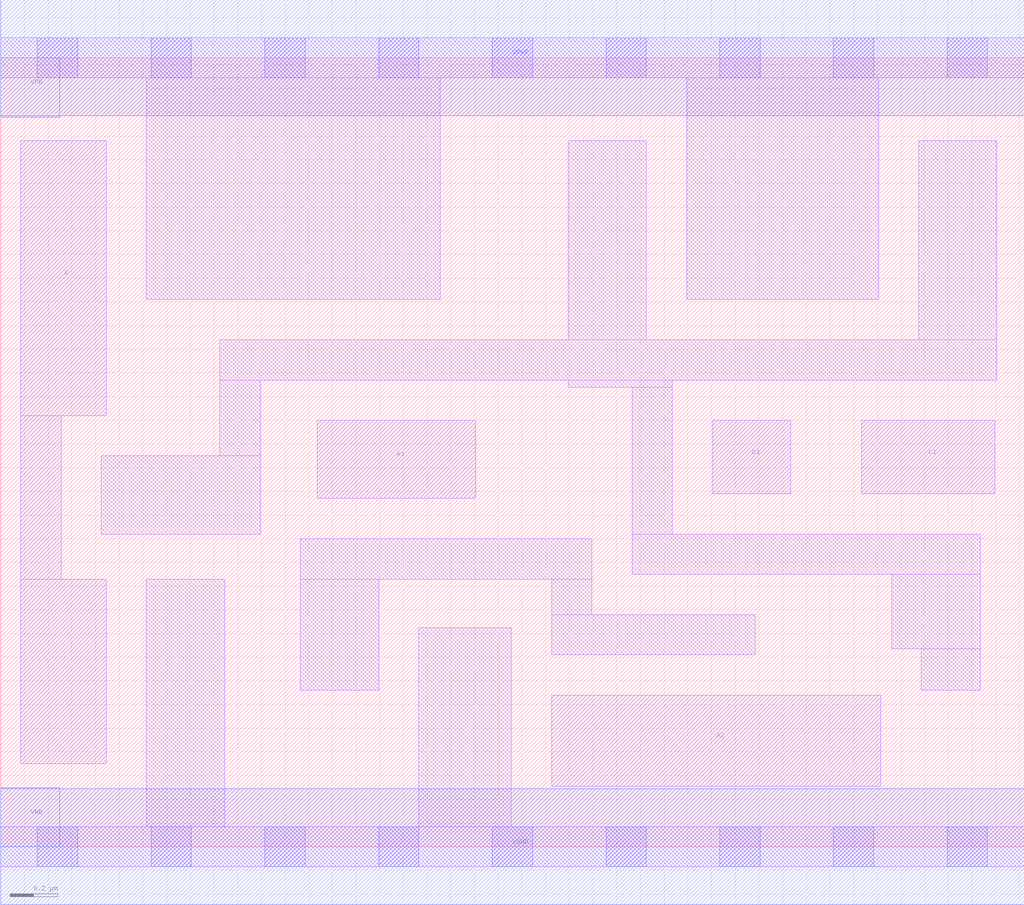
<source format=lef>
# Copyright 2020 The SkyWater PDK Authors
#
# Licensed under the Apache License, Version 2.0 (the "License");
# you may not use this file except in compliance with the License.
# You may obtain a copy of the License at
#
#     https://www.apache.org/licenses/LICENSE-2.0
#
# Unless required by applicable law or agreed to in writing, software
# distributed under the License is distributed on an "AS IS" BASIS,
# WITHOUT WARRANTIES OR CONDITIONS OF ANY KIND, either express or implied.
# See the License for the specific language governing permissions and
# limitations under the License.
#
# SPDX-License-Identifier: Apache-2.0

VERSION 5.5 ;
NAMESCASESENSITIVE ON ;
BUSBITCHARS "[]" ;
DIVIDERCHAR "/" ;
MACRO sky130_fd_sc_ms__o211a_1
  CLASS CORE ;
  SOURCE USER ;
  ORIGIN  0.000000  0.000000 ;
  SIZE  4.320000 BY  3.330000 ;
  SYMMETRY X Y ;
  SITE unit ;
  PIN A1
    ANTENNAGATEAREA  0.246000 ;
    DIRECTION INPUT ;
    USE SIGNAL ;
    PORT
      LAYER li1 ;
        RECT 1.335000 1.470000 2.005000 1.800000 ;
    END
  END A1
  PIN A2
    ANTENNAGATEAREA  0.246000 ;
    DIRECTION INPUT ;
    USE SIGNAL ;
    PORT
      LAYER li1 ;
        RECT 2.325000 0.255000 3.715000 0.640000 ;
    END
  END A2
  PIN B1
    ANTENNAGATEAREA  0.246000 ;
    DIRECTION INPUT ;
    USE SIGNAL ;
    PORT
      LAYER li1 ;
        RECT 3.005000 1.490000 3.335000 1.800000 ;
    END
  END B1
  PIN C1
    ANTENNAGATEAREA  0.246000 ;
    DIRECTION INPUT ;
    USE SIGNAL ;
    PORT
      LAYER li1 ;
        RECT 3.635000 1.490000 4.195000 1.800000 ;
    END
  END C1
  PIN X
    ANTENNADIFFAREA  0.541300 ;
    DIRECTION OUTPUT ;
    USE SIGNAL ;
    PORT
      LAYER li1 ;
        RECT 0.085000 0.350000 0.445000 1.130000 ;
        RECT 0.085000 1.130000 0.255000 1.820000 ;
        RECT 0.085000 1.820000 0.445000 2.980000 ;
    END
  END X
  PIN VGND
    DIRECTION INOUT ;
    USE GROUND ;
    PORT
      LAYER met1 ;
        RECT 0.000000 -0.245000 4.320000 0.245000 ;
    END
  END VGND
  PIN VNB
    DIRECTION INOUT ;
    USE GROUND ;
    PORT
    END
  END VNB
  PIN VPB
    DIRECTION INOUT ;
    USE POWER ;
    PORT
    END
  END VPB
  PIN VNB
    DIRECTION INOUT ;
    USE GROUND ;
    PORT
      LAYER met1 ;
        RECT 0.000000 0.000000 0.250000 0.250000 ;
    END
  END VNB
  PIN VPB
    DIRECTION INOUT ;
    USE POWER ;
    PORT
      LAYER met1 ;
        RECT 0.000000 3.080000 0.250000 3.330000 ;
    END
  END VPB
  PIN VPWR
    DIRECTION INOUT ;
    USE POWER ;
    PORT
      LAYER met1 ;
        RECT 0.000000 3.085000 4.320000 3.575000 ;
    END
  END VPWR
  OBS
    LAYER li1 ;
      RECT 0.000000 -0.085000 4.320000 0.085000 ;
      RECT 0.000000  3.245000 4.320000 3.415000 ;
      RECT 0.425000  1.320000 1.095000 1.650000 ;
      RECT 0.615000  0.085000 0.945000 1.130000 ;
      RECT 0.615000  2.310000 1.855000 3.245000 ;
      RECT 0.925000  1.650000 1.095000 1.970000 ;
      RECT 0.925000  1.970000 4.205000 2.140000 ;
      RECT 1.265000  0.660000 1.595000 1.130000 ;
      RECT 1.265000  1.130000 2.495000 1.300000 ;
      RECT 1.765000  0.085000 2.155000 0.925000 ;
      RECT 2.325000  0.810000 3.185000 0.980000 ;
      RECT 2.325000  0.980000 2.495000 1.130000 ;
      RECT 2.395000  1.940000 2.835000 1.970000 ;
      RECT 2.395000  2.140000 2.725000 2.980000 ;
      RECT 2.665000  1.150000 4.135000 1.320000 ;
      RECT 2.665000  1.320000 2.835000 1.940000 ;
      RECT 2.895000  2.310000 3.705000 3.245000 ;
      RECT 3.760000  0.835000 4.135000 1.150000 ;
      RECT 3.875000  2.140000 4.205000 2.980000 ;
      RECT 3.885000  0.660000 4.135000 0.835000 ;
    LAYER mcon ;
      RECT 0.155000 -0.085000 0.325000 0.085000 ;
      RECT 0.155000  3.245000 0.325000 3.415000 ;
      RECT 0.635000 -0.085000 0.805000 0.085000 ;
      RECT 0.635000  3.245000 0.805000 3.415000 ;
      RECT 1.115000 -0.085000 1.285000 0.085000 ;
      RECT 1.115000  3.245000 1.285000 3.415000 ;
      RECT 1.595000 -0.085000 1.765000 0.085000 ;
      RECT 1.595000  3.245000 1.765000 3.415000 ;
      RECT 2.075000 -0.085000 2.245000 0.085000 ;
      RECT 2.075000  3.245000 2.245000 3.415000 ;
      RECT 2.555000 -0.085000 2.725000 0.085000 ;
      RECT 2.555000  3.245000 2.725000 3.415000 ;
      RECT 3.035000 -0.085000 3.205000 0.085000 ;
      RECT 3.035000  3.245000 3.205000 3.415000 ;
      RECT 3.515000 -0.085000 3.685000 0.085000 ;
      RECT 3.515000  3.245000 3.685000 3.415000 ;
      RECT 3.995000 -0.085000 4.165000 0.085000 ;
      RECT 3.995000  3.245000 4.165000 3.415000 ;
  END
END sky130_fd_sc_ms__o211a_1
END LIBRARY

</source>
